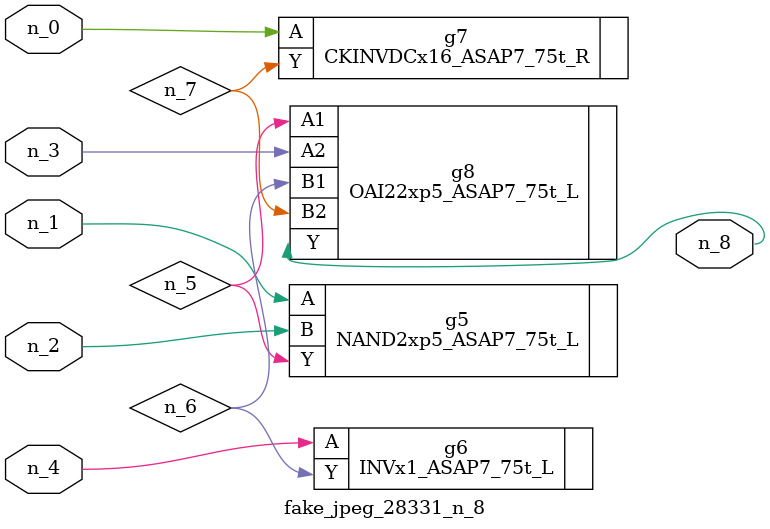
<source format=v>
module fake_jpeg_28331_n_8 (n_3, n_2, n_1, n_0, n_4, n_8);

input n_3;
input n_2;
input n_1;
input n_0;
input n_4;

output n_8;

wire n_6;
wire n_5;
wire n_7;

NAND2xp5_ASAP7_75t_L g5 ( 
.A(n_1),
.B(n_2),
.Y(n_5)
);

INVx1_ASAP7_75t_L g6 ( 
.A(n_4),
.Y(n_6)
);

CKINVDCx16_ASAP7_75t_R g7 ( 
.A(n_0),
.Y(n_7)
);

OAI22xp5_ASAP7_75t_L g8 ( 
.A1(n_5),
.A2(n_3),
.B1(n_6),
.B2(n_7),
.Y(n_8)
);


endmodule
</source>
